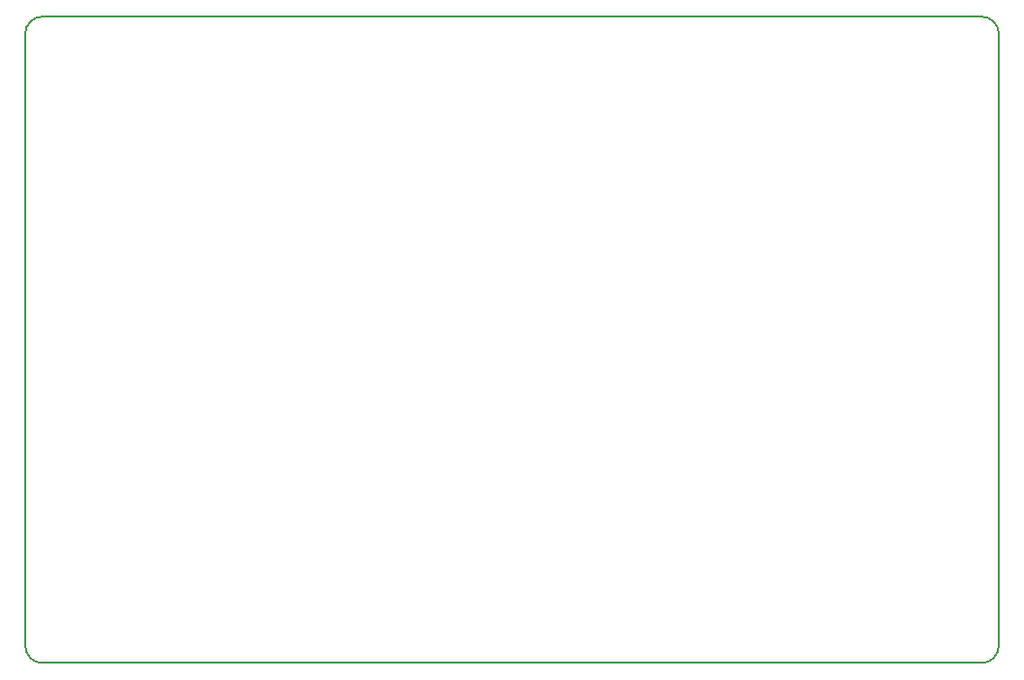
<source format=gm1>
G04 #@! TF.GenerationSoftware,KiCad,Pcbnew,5.1.2-f72e74a~84~ubuntu18.04.1*
G04 #@! TF.CreationDate,2019-05-25T03:40:36+02:00*
G04 #@! TF.ProjectId,AIOR,41494f52-2e6b-4696-9361-645f70636258,V1.01*
G04 #@! TF.SameCoordinates,Original*
G04 #@! TF.FileFunction,Profile,NP*
%FSLAX46Y46*%
G04 Gerber Fmt 4.6, Leading zero omitted, Abs format (unit mm)*
G04 Created by KiCad (PCBNEW 5.1.2-f72e74a~84~ubuntu18.04.1) date 2019-05-25 03:40:36*
%MOMM*%
%LPD*%
G04 APERTURE LIST*
%ADD10C,0.150000*%
G04 APERTURE END LIST*
D10*
X129500000Y-71500000D02*
X211500000Y-71500000D01*
X128000000Y-126500000D02*
X128000000Y-73000000D01*
X211500000Y-128000000D02*
X129500000Y-128000000D01*
X213000000Y-73000000D02*
X213000000Y-126500000D01*
X129500000Y-71500000D02*
G75*
G03X128000000Y-73000000I0J-1500000D01*
G01*
X128000000Y-126500000D02*
G75*
G03X129500000Y-128000000I1500000J0D01*
G01*
X211500000Y-128000000D02*
G75*
G03X213000000Y-126500000I0J1500000D01*
G01*
X213000000Y-73000000D02*
G75*
G03X211500000Y-71500000I-1500000J0D01*
G01*
M02*

</source>
